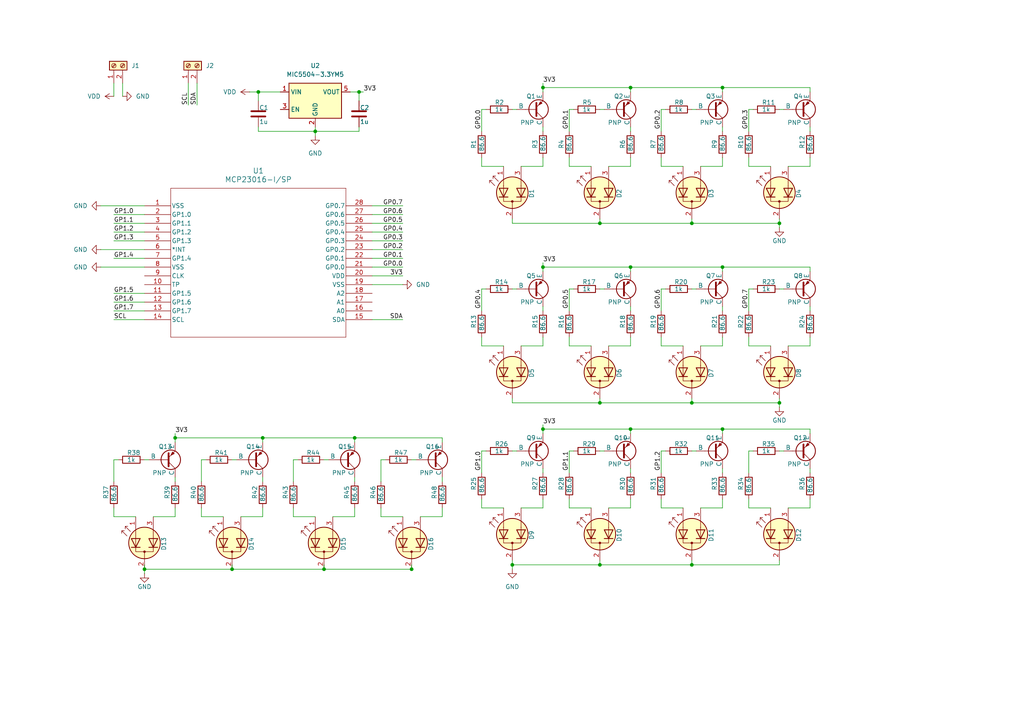
<source format=kicad_sch>
(kicad_sch (version 20231120) (generator "eeschema") (generator_version "8.0")
  (paper "A4")
  (lib_symbols
    (symbol "2024-03-05_01-39-56:MCP23016-I_SP" (pin_names (offset 0.254))
      (property "Reference" "U" (at 33.02 10.16 0))
      (property "Value" "MCP23016-I/SP" (at 33.02 7.62 0))
      (symbol "MCP23016-I_SP_0_1"
        (polyline (pts (xy 7.62 -38.1) (xy 58.42 -38.1)) (stroke (width 0.127)))
        (polyline (pts (xy 7.62 5.08) (xy 7.62 -38.1)) (stroke (width 0.127)))
        (polyline (pts (xy 58.42 -38.1) (xy 58.42 5.08)) (stroke (width 0.127)))
        (polyline (pts (xy 58.42 5.08) (xy 7.62 5.08)) (stroke (width 0.127)))
        (pin unspecified line (at 0 0 0) (length 7.62) (name "VSS") (number "1"))
        (pin unspecified line (at 0 -22.86 0) (length 7.62) (name "TP") (number "10"))
        (pin unspecified line (at 0 -25.4 0) (length 7.62) (name "GP1.5") (number "11"))
        (pin unspecified line (at 0 -27.94 0) (length 7.62) (name "GP1.6") (number "12"))
        (pin unspecified line (at 0 -30.48 0) (length 7.62) (name "GP1.7") (number "13"))
        (pin unspecified line (at 0 -33.02 0) (length 7.62) (name "SCL") (number "14"))
        (pin unspecified line (at 66.04 -33.02 180) (length 7.62) (name "SDA") (number "15"))
        (pin unspecified line (at 66.04 -30.48 180) (length 7.62) (name "A0") (number "16"))
        (pin unspecified line (at 66.04 -27.94 180) (length 7.62) (name "A1") (number "17"))
        (pin unspecified line (at 66.04 -25.4 180) (length 7.62) (name "A2") (number "18"))
        (pin unspecified line (at 66.04 -22.86 180) (length 7.62) (name "VSS") (number "19"))
        (pin unspecified line (at 0 -2.54 0) (length 7.62) (name "GP1.0") (number "2"))
        (pin unspecified line (at 66.04 -20.32 180) (length 7.62) (name "VDD") (number "20"))
        (pin unspecified line (at 66.04 -17.78 180) (length 7.62) (name "GP0.0") (number "21"))
        (pin unspecified line (at 66.04 -15.24 180) (length 7.62) (name "GP0.1") (number "22"))
        (pin unspecified line (at 66.04 -12.7 180) (length 7.62) (name "GP0.2") (number "23"))
        (pin unspecified line (at 66.04 -10.16 180) (length 7.62) (name "GP0.3") (number "24"))
        (pin unspecified line (at 66.04 -7.62 180) (length 7.62) (name "GP0.4") (number "25"))
        (pin unspecified line (at 66.04 -5.08 180) (length 7.62) (name "GP0.5") (number "26"))
        (pin unspecified line (at 66.04 -2.54 180) (length 7.62) (name "GP0.6") (number "27"))
        (pin unspecified line (at 66.04 0 180) (length 7.62) (name "GP0.7") (number "28"))
        (pin unspecified line (at 0 -5.08 0) (length 7.62) (name "GP1.1") (number "3"))
        (pin unspecified line (at 0 -7.62 0) (length 7.62) (name "GP1.2") (number "4"))
        (pin unspecified line (at 0 -10.16 0) (length 7.62) (name "GP1.3") (number "5"))
        (pin unspecified line (at 0 -12.7 0) (length 7.62) (name "*INT") (number "6"))
        (pin unspecified line (at 0 -15.24 0) (length 7.62) (name "GP1.4") (number "7"))
        (pin unspecified line (at 0 -17.78 0) (length 7.62) (name "VSS") (number "8"))
        (pin unspecified line (at 0 -20.32 0) (length 7.62) (name "CLK") (number "9"))
      )
    )
    (symbol "Connector:Screw_Terminal_01x02" (pin_names (offset 1.016) hide)
      (property "Reference" "J" (at 0 2.54 0))
      (property "Value" "Screw_Terminal_01x02" (at 0 -5.08 0))
      (symbol "Screw_Terminal_01x02_1_1"
        (rectangle (start -1.27 1.27) (end 1.27 -3.81) (stroke (width 0.254)) (fill (type background)))
        (circle (center 0 -2.54) (radius 0.635) (stroke (width 0.1524)))
        (polyline (pts (xy -0.5334 -2.2098) (xy 0.3302 -3.048)) (stroke (width 0.1524)))
        (polyline (pts (xy -0.5334 0.3302) (xy 0.3302 -0.508)) (stroke (width 0.1524)))
        (polyline (pts (xy -0.3556 -2.032) (xy 0.508 -2.8702)) (stroke (width 0.1524)))
        (polyline (pts (xy -0.3556 0.508) (xy 0.508 -0.3302)) (stroke (width 0.1524)))
        (circle (center 0 0) (radius 0.635) (stroke (width 0.1524)))
        (pin passive line (at -5.08 0 0) (length 3.81) (name "Pin_1") (number "1"))
        (pin passive line (at -5.08 -2.54 0) (length 3.81) (name "Pin_2") (number "2"))
      )
    )
    (symbol "Device:C" (pin_numbers hide) (pin_names (offset 0.254))
      (property "Reference" "C" (at 0.635 2.54 0))
      (property "Value" "C" (at 0.635 -2.54 0))
      (symbol "C_0_1"
        (polyline (pts (xy -2.032 -0.762) (xy 2.032 -0.762)) (stroke (width 0.508)))
        (polyline (pts (xy -2.032 0.762) (xy 2.032 0.762)) (stroke (width 0.508)))
      )
      (symbol "C_1_1"
        (pin passive line (at 0 3.81 270) (length 2.794) (name "~") (number "1"))
        (pin passive line (at 0 -3.81 90) (length 2.794) (name "~") (number "2"))
      )
    )
    (symbol "Device:LED_Dual_AKA" (pin_names (offset 0) hide)
      (property "Reference" "D" (at 0 5.715 0))
      (property "Value" "LED_Dual_AKA" (at 0 -6.35 0))
      (symbol "LED_Dual_AKA_0_1"
        (circle (center -2.54 0) (radius 0.2794) (fill (type outline)))
        (polyline (pts (xy -4.572 0) (xy -2.54 0)))
        (polyline (pts (xy -1.27 -1.27) (xy -1.27 -3.81)) (stroke (width 0.254)))
        (polyline (pts (xy -1.27 1.27) (xy -1.27 3.81)) (stroke (width 0.254)))
        (polyline (pts (xy 3.81 -2.54) (xy 1.905 -2.54)))
        (polyline (pts (xy 3.81 2.54) (xy 1.905 2.54)))
        (polyline (pts (xy 1.27 -3.81) (xy 1.27 -1.27) (xy -1.27 -2.54) (xy 1.27 -3.81)) (stroke (width 0.254)))
        (polyline (pts (xy 1.27 1.27) (xy 1.27 3.81) (xy -1.27 2.54) (xy 1.27 1.27)) (stroke (width 0.254)))
        (polyline (pts (xy 2.032 2.54) (xy -2.54 2.54) (xy -2.54 -2.54) (xy 2.032 -2.54)))
        (polyline (pts (xy 2.032 5.08) (xy 3.556 6.604) (xy 2.794 6.604) (xy 3.556 6.604) (xy 3.556 5.842)))
        (polyline (pts (xy 3.302 4.064) (xy 4.826 5.588) (xy 4.064 5.588) (xy 4.826 5.588) (xy 4.826 4.826)))
        (circle (center 0 0) (radius 4.572) (stroke (width 0.254)) (fill (type background)))
      )
      (symbol "LED_Dual_AKA_1_1"
        (pin input line (at 7.62 2.54 180) (length 3.81) (name "A1") (number "1"))
        (pin input line (at -7.62 0 0) (length 3.048) (name "K") (number "2"))
        (pin input line (at 7.62 -2.54 180) (length 3.81) (name "A2") (number "3"))
      )
    )
    (symbol "Device:R" (pin_numbers hide) (pin_names (offset 0))
      (property "Reference" "R" (at 2.032 0 90))
      (property "Value" "R" (at 0 0 90))
      (symbol "R_0_1"
        (rectangle (start -1.016 -2.54) (end 1.016 2.54) (stroke (width 0.254)))
      )
      (symbol "R_1_1"
        (pin passive line (at 0 3.81 270) (length 1.27) (name "~") (number "1"))
        (pin passive line (at 0 -3.81 90) (length 1.27) (name "~") (number "2"))
      )
    )
    (symbol "Regulator_Linear:MIC5504-3.3YM5"
      (property "Reference" "U" (at -7.62 8.89 0))
      (property "Value" "MIC5504-3.3YM5" (at -7.62 6.35 0))
      (symbol "MIC5504-3.3YM5_0_1"
        (rectangle (start -7.62 -5.08) (end 7.62 5.08) (stroke (width 0.254)) (fill (type background)))
      )
      (symbol "MIC5504-3.3YM5_1_1"
        (pin power_in line (at -10.16 2.54 0) (length 2.54) (name "VIN") (number "1"))
        (pin power_in line (at 0 -7.62 90) (length 2.54) (name "GND") (number "2"))
        (pin input line (at -10.16 -2.54 0) (length 2.54) (name "EN") (number "3"))
        (pin no_connect line (at 7.62 -2.54 180) (length 2.54) hide (name "NC") (number "4"))
        (pin power_out line (at 10.16 2.54 180) (length 2.54) (name "VOUT") (number "5"))
      )
    )
    (symbol "Simulation_SPICE:PNP" (pin_numbers hide) (pin_names (offset 0))
      (property "Reference" "Q" (at -2.54 7.62 0))
      (property "Value" "PNP" (at -2.54 5.08 0))
      (symbol "PNP_0_1"
        (polyline (pts (xy -2.54 0) (xy 0.635 0)) (stroke (width 0.1524)))
        (polyline (pts (xy 0.635 0.635) (xy 2.54 2.54)))
        (polyline (pts (xy 0.635 -0.635) (xy 2.54 -2.54) (xy 2.54 -2.54)))
        (polyline (pts (xy 0.635 1.905) (xy 0.635 -1.905) (xy 0.635 -1.905)) (stroke (width 0.508)))
        (polyline (pts (xy 2.286 -1.778) (xy 1.778 -2.286) (xy 1.27 -1.27) (xy 2.286 -1.778) (xy 2.286 -1.778)) (fill (type outline)))
        (circle (center 1.27 0) (radius 2.8194) (stroke (width 0.254)))
      )
      (symbol "PNP_1_1"
        (pin open_collector line (at 2.54 5.08 270) (length 2.54) (name "C") (number "1"))
        (pin input line (at -5.08 0 0) (length 2.54) (name "B") (number "2"))
        (pin open_emitter line (at 2.54 -5.08 90) (length 2.54) (name "E") (number "3"))
      )
    )
    (symbol "power:GND" (power) (pin_numbers hide) (pin_names (offset 0) hide)
      (property "Value" "GND" (at 0 -3.81 0))
      (symbol "GND_0_1"
        (polyline (pts (xy 0 0) (xy 0 -1.27) (xy 1.27 -1.27) (xy 0 -2.54) (xy -1.27 -1.27) (xy 0 -1.27)))
      )
      (symbol "GND_1_1"
        (pin power_in line (at 0 0 270) (length 0) (name "~") (number "1"))
      )
    )
    (symbol "power:VDD" (power) (pin_numbers hide) (pin_names (offset 0) hide)
      (property "Value" "VDD" (at 0 3.556 0))
      (symbol "VDD_0_1"
        (polyline (pts (xy -0.762 1.27) (xy 0 2.54)))
        (polyline (pts (xy 0 0) (xy 0 2.54)))
        (polyline (pts (xy 0 2.54) (xy 0.762 1.27)))
      )
      (symbol "VDD_1_1"
        (pin power_in line (at 0 0 90) (length 0) (name "~") (number "1"))
      )
    )
  )
  (junction (at 182.88 25.4))
  (junction (at 102.87 127))
  (junction (at 50.8 127))
  (junction (at 119.38 165.1))
  (junction (at 226.06 64.77))
  (junction (at 200.66 64.77))
  (junction (at 157.48 25.4))
  (junction (at 157.48 77.47))
  (junction (at 41.91 165.1))
  (junction (at 200.66 116.84))
  (junction (at 104.14 26.67))
  (junction (at 93.98 165.1))
  (junction (at 209.55 77.47))
  (junction (at 182.88 77.47))
  (junction (at 74.93 26.67))
  (junction (at 209.55 124.46))
  (junction (at 76.2 127))
  (junction (at 173.99 116.84))
  (junction (at 173.99 163.83))
  (junction (at 173.99 64.77))
  (junction (at 91.44 38.1))
  (junction (at 67.31 165.1))
  (junction (at 209.55 25.4))
  (junction (at 157.48 124.46))
  (junction (at 226.06 116.84))
  (junction (at 182.88 124.46))
  (junction (at 148.59 163.83))
  (junction (at 200.66 163.83))
  (wire (pts (xy 182.88 100.33) (xy 182.88 97.79)))
  (wire (pts (xy 165.1 83.82) (xy 165.1 90.17)))
  (wire (pts (xy 217.17 48.26) (xy 223.52 48.26)))
  (wire (pts (xy 157.48 77.47) (xy 182.88 77.47)))
  (wire (pts (xy 165.1 48.26) (xy 171.45 48.26)))
  (wire (pts (xy 157.48 26.67) (xy 157.48 25.4)))
  (wire (pts (xy 217.17 130.81) (xy 217.17 137.16)))
  (wire (pts (xy 165.1 147.32) (xy 171.45 147.32)))
  (wire (pts (xy 128.27 149.86) (xy 128.27 147.32)))
  (wire (pts (xy 209.55 88.9) (xy 209.55 90.17)))
  (wire (pts (xy 218.44 31.75) (xy 217.17 31.75)))
  (wire (pts (xy 226.06 116.84) (xy 226.06 118.11)))
  (wire (pts (xy 200.66 163.83) (xy 200.66 162.56)))
  (wire (pts (xy 165.1 45.72) (xy 165.1 48.26)))
  (wire (pts (xy 157.48 25.4) (xy 182.88 25.4)))
  (wire (pts (xy 110.49 133.35) (xy 110.49 139.7)))
  (wire (pts (xy 85.09 147.32) (xy 85.09 149.86)))
  (wire (pts (xy 107.95 77.47) (xy 116.84 77.47)))
  (wire (pts (xy 139.7 144.78) (xy 139.7 147.32)))
  (wire (pts (xy 85.09 149.86) (xy 91.44 149.86)))
  (wire (pts (xy 58.42 133.35) (xy 58.42 139.7)))
  (wire (pts (xy 128.27 127) (xy 128.27 128.27)))
  (wire (pts (xy 104.14 36.83) (xy 104.14 38.1)))
  (wire (pts (xy 182.88 77.47) (xy 182.88 78.74)))
  (wire (pts (xy 50.8 149.86) (xy 50.8 147.32)))
  (wire (pts (xy 104.14 26.67) (xy 104.14 29.21)))
  (wire (pts (xy 76.2 127) (xy 76.2 128.27)))
  (wire (pts (xy 157.48 48.26) (xy 157.48 45.72)))
  (wire (pts (xy 157.48 78.74) (xy 157.48 77.47)))
  (wire (pts (xy 173.99 31.75) (xy 175.26 31.75)))
  (wire (pts (xy 139.7 31.75) (xy 139.7 38.1)))
  (wire (pts (xy 203.2 48.26) (xy 209.55 48.26)))
  (wire (pts (xy 148.59 83.82) (xy 149.86 83.82)))
  (wire (pts (xy 57.15 24.13) (xy 57.15 30.48)))
  (wire (pts (xy 173.99 116.84) (xy 173.99 115.57)))
  (wire (pts (xy 209.55 36.83) (xy 209.55 38.1)))
  (wire (pts (xy 93.98 133.35) (xy 95.25 133.35)))
  (wire (pts (xy 107.95 67.31) (xy 116.84 67.31)))
  (wire (pts (xy 217.17 45.72) (xy 217.17 48.26)))
  (wire (pts (xy 182.88 77.47) (xy 209.55 77.47)))
  (wire (pts (xy 33.02 64.77) (xy 41.91 64.77)))
  (wire (pts (xy 234.95 135.89) (xy 234.95 137.16)))
  (wire (pts (xy 165.1 130.81) (xy 165.1 137.16)))
  (wire (pts (xy 218.44 130.81) (xy 217.17 130.81)))
  (wire (pts (xy 209.55 124.46) (xy 209.55 125.73)))
  (wire (pts (xy 148.59 130.81) (xy 149.86 130.81)))
  (wire (pts (xy 107.95 64.77) (xy 116.84 64.77)))
  (wire (pts (xy 76.2 138.43) (xy 76.2 139.7)))
  (wire (pts (xy 110.49 147.32) (xy 110.49 149.86)))
  (wire (pts (xy 191.77 83.82) (xy 191.77 90.17)))
  (wire (pts (xy 165.1 97.79) (xy 165.1 100.33)))
  (wire (pts (xy 93.98 165.1) (xy 93.98 163.83)))
  (wire (pts (xy 29.21 59.69) (xy 41.91 59.69)))
  (wire (pts (xy 107.95 82.55) (xy 116.84 82.55)))
  (wire (pts (xy 33.02 74.93) (xy 41.91 74.93)))
  (wire (pts (xy 76.2 149.86) (xy 76.2 147.32)))
  (wire (pts (xy 157.48 125.73) (xy 157.48 124.46)))
  (wire (pts (xy 148.59 163.83) (xy 173.99 163.83)))
  (wire (pts (xy 165.1 144.78) (xy 165.1 147.32)))
  (wire (pts (xy 54.61 24.13) (xy 54.61 30.48)))
  (wire (pts (xy 200.66 83.82) (xy 201.93 83.82)))
  (wire (pts (xy 148.59 31.75) (xy 149.86 31.75)))
  (wire (pts (xy 102.87 127) (xy 102.87 128.27)))
  (wire (pts (xy 91.44 36.83) (xy 91.44 38.1)))
  (wire (pts (xy 176.53 48.26) (xy 182.88 48.26)))
  (wire (pts (xy 58.42 147.32) (xy 58.42 149.86)))
  (wire (pts (xy 200.66 64.77) (xy 200.66 63.5)))
  (wire (pts (xy 74.93 38.1) (xy 74.93 36.83)))
  (wire (pts (xy 173.99 116.84) (xy 200.66 116.84)))
  (wire (pts (xy 139.7 48.26) (xy 146.05 48.26)))
  (wire (pts (xy 33.02 67.31) (xy 41.91 67.31)))
  (wire (pts (xy 200.66 31.75) (xy 201.93 31.75)))
  (wire (pts (xy 191.77 48.26) (xy 198.12 48.26)))
  (wire (pts (xy 182.88 25.4) (xy 182.88 26.67)))
  (wire (pts (xy 226.06 31.75) (xy 227.33 31.75)))
  (wire (pts (xy 107.95 62.23) (xy 116.84 62.23)))
  (wire (pts (xy 173.99 163.83) (xy 173.99 162.56)))
  (wire (pts (xy 173.99 130.81) (xy 175.26 130.81)))
  (wire (pts (xy 41.91 165.1) (xy 41.91 166.37)))
  (wire (pts (xy 191.77 100.33) (xy 198.12 100.33)))
  (wire (pts (xy 209.55 77.47) (xy 209.55 78.74)))
  (wire (pts (xy 151.13 48.26) (xy 157.48 48.26)))
  (wire (pts (xy 209.55 100.33) (xy 209.55 97.79)))
  (wire (pts (xy 157.48 88.9) (xy 157.48 90.17)))
  (wire (pts (xy 182.88 147.32) (xy 182.88 144.78)))
  (wire (pts (xy 157.48 76.2) (xy 157.48 77.47)))
  (wire (pts (xy 93.98 165.1) (xy 119.38 165.1)))
  (wire (pts (xy 140.97 83.82) (xy 139.7 83.82)))
  (wire (pts (xy 148.59 115.57) (xy 148.59 116.84)))
  (wire (pts (xy 148.59 63.5) (xy 148.59 64.77)))
  (wire (pts (xy 234.95 36.83) (xy 234.95 38.1)))
  (wire (pts (xy 41.91 133.35) (xy 43.18 133.35)))
  (wire (pts (xy 173.99 83.82) (xy 175.26 83.82)))
  (wire (pts (xy 33.02 133.35) (xy 33.02 139.7)))
  (wire (pts (xy 182.88 88.9) (xy 182.88 90.17)))
  (wire (pts (xy 193.04 130.81) (xy 191.77 130.81)))
  (wire (pts (xy 200.66 116.84) (xy 226.06 116.84)))
  (wire (pts (xy 226.06 163.83) (xy 226.06 162.56)))
  (wire (pts (xy 151.13 147.32) (xy 157.48 147.32)))
  (wire (pts (xy 226.06 116.84) (xy 226.06 115.57)))
  (wire (pts (xy 157.48 100.33) (xy 157.48 97.79)))
  (wire (pts (xy 33.02 92.71) (xy 41.91 92.71)))
  (wire (pts (xy 102.87 127) (xy 128.27 127)))
  (wire (pts (xy 140.97 31.75) (xy 139.7 31.75)))
  (wire (pts (xy 50.8 127) (xy 76.2 127)))
  (wire (pts (xy 234.95 124.46) (xy 234.95 125.73)))
  (wire (pts (xy 217.17 100.33) (xy 223.52 100.33)))
  (wire (pts (xy 234.95 88.9) (xy 234.95 90.17)))
  (wire (pts (xy 139.7 147.32) (xy 146.05 147.32)))
  (wire (pts (xy 234.95 100.33) (xy 234.95 97.79)))
  (wire (pts (xy 182.88 124.46) (xy 182.88 125.73)))
  (wire (pts (xy 139.7 83.82) (xy 139.7 90.17)))
  (wire (pts (xy 148.59 162.56) (xy 148.59 163.83)))
  (wire (pts (xy 173.99 64.77) (xy 173.99 63.5)))
  (wire (pts (xy 121.92 149.86) (xy 128.27 149.86)))
  (wire (pts (xy 29.21 77.47) (xy 41.91 77.47)))
  (wire (pts (xy 191.77 97.79) (xy 191.77 100.33)))
  (wire (pts (xy 182.88 48.26) (xy 182.88 45.72)))
  (wire (pts (xy 203.2 147.32) (xy 209.55 147.32)))
  (wire (pts (xy 191.77 130.81) (xy 191.77 137.16)))
  (wire (pts (xy 226.06 83.82) (xy 227.33 83.82)))
  (wire (pts (xy 107.95 59.69) (xy 116.84 59.69)))
  (wire (pts (xy 209.55 48.26) (xy 209.55 45.72)))
  (wire (pts (xy 148.59 163.83) (xy 148.59 165.1)))
  (wire (pts (xy 33.02 85.09) (xy 41.91 85.09)))
  (wire (pts (xy 67.31 133.35) (xy 68.58 133.35)))
  (wire (pts (xy 107.95 72.39) (xy 116.84 72.39)))
  (wire (pts (xy 76.2 127) (xy 102.87 127)))
  (wire (pts (xy 200.66 116.84) (xy 200.66 115.57)))
  (wire (pts (xy 203.2 100.33) (xy 209.55 100.33)))
  (wire (pts (xy 67.31 165.1) (xy 67.31 163.83)))
  (wire (pts (xy 33.02 90.17) (xy 41.91 90.17)))
  (wire (pts (xy 33.02 87.63) (xy 41.91 87.63)))
  (wire (pts (xy 91.44 38.1) (xy 104.14 38.1)))
  (wire (pts (xy 157.48 124.46) (xy 182.88 124.46)))
  (wire (pts (xy 193.04 83.82) (xy 191.77 83.82)))
  (wire (pts (xy 86.36 133.35) (xy 85.09 133.35)))
  (wire (pts (xy 44.45 149.86) (xy 50.8 149.86)))
  (wire (pts (xy 157.48 135.89) (xy 157.48 137.16)))
  (wire (pts (xy 217.17 147.32) (xy 223.52 147.32)))
  (wire (pts (xy 209.55 124.46) (xy 234.95 124.46)))
  (wire (pts (xy 102.87 138.43) (xy 102.87 139.7)))
  (wire (pts (xy 74.93 38.1) (xy 91.44 38.1)))
  (wire (pts (xy 148.59 116.84) (xy 173.99 116.84)))
  (wire (pts (xy 128.27 138.43) (xy 128.27 139.7)))
  (wire (pts (xy 157.48 36.83) (xy 157.48 38.1)))
  (wire (pts (xy 209.55 77.47) (xy 234.95 77.47)))
  (wire (pts (xy 50.8 138.43) (xy 50.8 139.7)))
  (wire (pts (xy 191.77 144.78) (xy 191.77 147.32)))
  (wire (pts (xy 173.99 64.77) (xy 200.66 64.77)))
  (wire (pts (xy 157.48 24.13) (xy 157.48 25.4)))
  (wire (pts (xy 58.42 149.86) (xy 64.77 149.86)))
  (wire (pts (xy 166.37 31.75) (xy 165.1 31.75)))
  (wire (pts (xy 50.8 125.73) (xy 50.8 127)))
  (wire (pts (xy 234.95 77.47) (xy 234.95 78.74)))
  (wire (pts (xy 96.52 149.86) (xy 102.87 149.86)))
  (wire (pts (xy 228.6 100.33) (xy 234.95 100.33)))
  (wire (pts (xy 182.88 135.89) (xy 182.88 137.16)))
  (wire (pts (xy 41.91 165.1) (xy 67.31 165.1)))
  (wire (pts (xy 148.59 64.77) (xy 173.99 64.77)))
  (wire (pts (xy 228.6 48.26) (xy 234.95 48.26)))
  (wire (pts (xy 91.44 38.1) (xy 91.44 39.37)))
  (wire (pts (xy 119.38 133.35) (xy 120.65 133.35)))
  (wire (pts (xy 193.04 31.75) (xy 191.77 31.75)))
  (wire (pts (xy 151.13 100.33) (xy 157.48 100.33)))
  (wire (pts (xy 33.02 69.85) (xy 41.91 69.85)))
  (wire (pts (xy 191.77 147.32) (xy 198.12 147.32)))
  (wire (pts (xy 101.6 26.67) (xy 104.14 26.67)))
  (wire (pts (xy 139.7 45.72) (xy 139.7 48.26)))
  (wire (pts (xy 102.87 149.86) (xy 102.87 147.32)))
  (wire (pts (xy 182.88 124.46) (xy 209.55 124.46)))
  (wire (pts (xy 234.95 25.4) (xy 234.95 26.67)))
  (wire (pts (xy 50.8 128.27) (xy 50.8 127)))
  (wire (pts (xy 191.77 31.75) (xy 191.77 38.1)))
  (wire (pts (xy 41.91 163.83) (xy 41.91 165.1)))
  (wire (pts (xy 226.06 64.77) (xy 226.06 66.04)))
  (wire (pts (xy 157.48 123.19) (xy 157.48 124.46)))
  (wire (pts (xy 35.56 24.13) (xy 35.56 27.94)))
  (wire (pts (xy 104.14 26.67) (xy 105.41 26.67)))
  (wire (pts (xy 85.09 133.35) (xy 85.09 139.7)))
  (wire (pts (xy 69.85 149.86) (xy 76.2 149.86)))
  (wire (pts (xy 200.66 130.81) (xy 201.93 130.81)))
  (wire (pts (xy 176.53 147.32) (xy 182.88 147.32)))
  (wire (pts (xy 200.66 64.77) (xy 226.06 64.77)))
  (wire (pts (xy 107.95 92.71) (xy 116.84 92.71)))
  (wire (pts (xy 217.17 97.79) (xy 217.17 100.33)))
  (wire (pts (xy 139.7 130.81) (xy 139.7 137.16)))
  (wire (pts (xy 67.31 165.1) (xy 93.98 165.1)))
  (wire (pts (xy 200.66 163.83) (xy 226.06 163.83)))
  (wire (pts (xy 157.48 147.32) (xy 157.48 144.78)))
  (wire (pts (xy 29.21 72.39) (xy 41.91 72.39)))
  (wire (pts (xy 165.1 31.75) (xy 165.1 38.1)))
  (wire (pts (xy 33.02 147.32) (xy 33.02 149.86)))
  (wire (pts (xy 218.44 83.82) (xy 217.17 83.82)))
  (wire (pts (xy 191.77 45.72) (xy 191.77 48.26)))
  (wire (pts (xy 176.53 100.33) (xy 182.88 100.33)))
  (wire (pts (xy 217.17 83.82) (xy 217.17 90.17)))
  (wire (pts (xy 119.38 165.1) (xy 119.38 163.83)))
  (wire (pts (xy 166.37 130.81) (xy 165.1 130.81)))
  (wire (pts (xy 209.55 25.4) (xy 234.95 25.4)))
  (wire (pts (xy 139.7 100.33) (xy 146.05 100.33)))
  (wire (pts (xy 209.55 25.4) (xy 209.55 26.67)))
  (wire (pts (xy 33.02 24.13) (xy 33.02 27.94)))
  (wire (pts (xy 234.95 147.32) (xy 234.95 144.78)))
  (wire (pts (xy 217.17 144.78) (xy 217.17 147.32)))
  (wire (pts (xy 111.76 133.35) (xy 110.49 133.35)))
  (wire (pts (xy 209.55 147.32) (xy 209.55 144.78)))
  (wire (pts (xy 33.02 149.86) (xy 39.37 149.86)))
  (wire (pts (xy 228.6 147.32) (xy 234.95 147.32)))
  (wire (pts (xy 165.1 100.33) (xy 171.45 100.33)))
  (wire (pts (xy 59.69 133.35) (xy 58.42 133.35)))
  (wire (pts (xy 107.95 80.01) (xy 116.84 80.01)))
  (wire (pts (xy 107.95 69.85) (xy 116.84 69.85)))
  (wire (pts (xy 107.95 74.93) (xy 116.84 74.93)))
  (wire (pts (xy 110.49 149.86) (xy 116.84 149.86)))
  (wire (pts (xy 226.06 64.77) (xy 226.06 63.5)))
  (wire (pts (xy 182.88 36.83) (xy 182.88 38.1)))
  (wire (pts (xy 139.7 97.79) (xy 139.7 100.33)))
  (wire (pts (xy 166.37 83.82) (xy 165.1 83.82)))
  (wire (pts (xy 234.95 48.26) (xy 234.95 45.72)))
  (wire (pts (xy 182.88 25.4) (xy 209.55 25.4)))
  (wire (pts (xy 74.93 26.67) (xy 81.28 26.67)))
  (wire (pts (xy 217.17 31.75) (xy 217.17 38.1)))
  (wire (pts (xy 74.93 26.67) (xy 74.93 29.21)))
  (wire (pts (xy 209.55 135.89) (xy 209.55 137.16)))
  (wire (pts (xy 226.06 130.81) (xy 227.33 130.81)))
  (wire (pts (xy 173.99 163.83) (xy 200.66 163.83)))
  (wire (pts (xy 140.97 130.81) (xy 139.7 130.81)))
  (wire (pts (xy 33.02 62.23) (xy 41.91 62.23)))
  (wire (pts (xy 72.39 26.67) (xy 74.93 26.67)))
  (wire (pts (xy 34.29 133.35) (xy 33.02 133.35)))
  (label "GP0.4" (at 116.84 67.31 180))
  (label "GP0.0" (at 139.7 31.75 270))
  (label "SDA" (at 116.84 92.71 180))
  (label "GP0.3" (at 116.84 69.85 180))
  (label "3V3" (at 116.84 80.01 180))
  (label "GP1.0" (at 33.02 62.23 0))
  (label "3V3" (at 157.48 76.2 0))
  (label "GP1.0" (at 139.7 130.81 270))
  (label "GP1.2" (at 191.77 130.81 270))
  (label "GP0.4" (at 139.7 83.82 270))
  (label "GP1.7" (at 33.02 90.17 0))
  (label "SCL" (at 33.02 92.71 0))
  (label "GP0.1" (at 165.1 31.75 270))
  (label "GP1.1" (at 33.02 64.77 0))
  (label "GP1.3" (at 33.02 69.85 0))
  (label "GP0.6" (at 116.84 62.23 180))
  (label "GP0.0" (at 116.84 77.47 180))
  (label "SCL" (at 54.61 30.48 90))
  (label "GP0.2" (at 191.77 31.75 270))
  (label "GP1.1" (at 165.1 130.81 270))
  (label "GP0.7" (at 217.17 83.82 270))
  (label "GP1.2" (at 33.02 67.31 0))
  (label "GP0.1" (at 116.84 74.93 180))
  (label "3V3" (at 105.41 26.67 0))
  (label "SDA" (at 57.15 30.48 90))
  (label "GP0.2" (at 116.84 72.39 180))
  (label "GP0.5" (at 116.84 64.77 180))
  (label "GP1.4" (at 33.02 74.93 0))
  (label "3V3" (at 157.48 24.13 0))
  (label "GP0.3" (at 217.17 31.75 270))
  (label "3V3" (at 157.48 123.19 0))
  (label "3V3" (at 50.8 125.73 0))
  (label "GP1.5" (at 33.02 85.09 0))
  (label "GP1.6" (at 33.02 87.63 0))
  (label "GP0.5" (at 165.1 83.82 270))
  (label "GP0.7" (at 116.84 59.69 180))
  (label "GP0.6" (at 191.77 83.82 270))
  (symbol (lib_id "Device:R") (at 165.1 140.97 0) (unit 1)
    (property "Reference" "R28" (at 162.814 142.24 90) (effects (justify left)))
    (property "Value" "86.6" (at 165.1 143.002 90) (effects (justify left)))
    (property "Description" "Resistor" (effects (hide yes)))
  )
  (symbol (lib_id "Device:R") (at 196.85 130.81 270) (unit 1)
    (property "Reference" "R32" (at 195.58 128.778 90) (effects (justify left)))
    (property "Value" "1k" (at 195.58 130.81 90) (effects (justify left)))
    (property "Description" "Resistor" (effects (hide yes)))
  )
  (symbol (lib_id "Device:R") (at 182.88 93.98 0) (unit 1)
    (property "Reference" "R18" (at 180.594 95.25 90) (effects (justify left)))
    (property "Value" "86.6" (at 182.88 96.012 90) (effects (justify left)))
    (property "Description" "Resistor" (effects (hide yes)))
  )
  (symbol (lib_id "Device:R") (at 33.02 143.51 0) (unit 1)
    (property "Reference" "R37" (at 30.734 144.78 90) (effects (justify left)))
    (property "Value" "86.6" (at 33.02 145.542 90) (effects (justify left)))
    (property "Description" "Resistor" (effects (hide yes)))
  )
  (symbol (lib_id "Simulation_SPICE:PNP") (at 125.73 133.35 0) (mirror x) (unit 1)
    (property "Reference" "Q16" (at 123.444 129.54 0) (effects (justify left)))
    (property "Value" "PNP" (at 121.666 137.16 0) (effects (justify left)))
    (property "Datasheet" "https://ngspice.sourceforge.io/docs/ngspice-html-manual/manual.xhtml#cha_BJTs" (effects (hide yes)))
    (property "Description" "Bipolar transistor symbol for simulation only, substrate tied to the emitter" (effects (hide yes)))
    (property "Sim.Device" "PNP" (effects (hide yes)))
    (property "Sim.Type" "GUMMELPOON" (effects (hide yes)))
    (property "Sim.Pins" "1=C 2=B 3=E" (effects (hide yes)))
  )
  (symbol (lib_id "Device:LED_Dual_AKA") (at 226.06 154.94 90) (unit 1)
    (property "Reference" "D12" (at 231.648 155.194 0))
    (property "Value" "LED_Dual_AKA" (effects (hide yes)))
    (property "Description" "Dual LED, common cathode on pin 2" (effects (hide yes)))
  )
  (symbol (lib_id "Device:R") (at 196.85 31.75 270) (unit 1)
    (property "Reference" "R8" (at 195.58 29.718 90) (effects (justify left)))
    (property "Value" "1k" (at 195.58 31.75 90) (effects (justify left)))
    (property "Description" "Resistor" (effects (hide yes)))
  )
  (symbol (lib_id "Simulation_SPICE:PNP") (at 48.26 133.35 0) (mirror x) (unit 1)
    (property "Reference" "Q13" (at 45.974 129.54 0) (effects (justify left)))
    (property "Value" "PNP" (at 44.196 137.16 0) (effects (justify left)))
    (property "Datasheet" "https://ngspice.sourceforge.io/docs/ngspice-html-manual/manual.xhtml#cha_BJTs" (effects (hide yes)))
    (property "Description" "Bipolar transistor symbol for simulation only, substrate tied to the emitter" (effects (hide yes)))
    (property "Sim.Device" "PNP" (effects (hide yes)))
    (property "Sim.Type" "GUMMELPOON" (effects (hide yes)))
    (property "Sim.Pins" "1=C 2=B 3=E" (effects (hide yes)))
  )
  (symbol (lib_id "Simulation_SPICE:PNP") (at 154.94 31.75 0) (mirror x) (unit 1)
    (property "Reference" "Q1" (at 152.654 27.94 0) (effects (justify left)))
    (property "Value" "PNP" (at 150.876 35.56 0) (effects (justify left)))
    (property "Datasheet" "https://ngspice.sourceforge.io/docs/ngspice-html-manual/manual.xhtml#cha_BJTs" (effects (hide yes)))
    (property "Description" "Bipolar transistor symbol for simulation only, substrate tied to the emitter" (effects (hide yes)))
    (property "Sim.Device" "PNP" (effects (hide yes)))
    (property "Sim.Type" "GUMMELPOON" (effects (hide yes)))
    (property "Sim.Pins" "1=C 2=B 3=E" (effects (hide yes)))
  )
  (symbol (lib_id "Device:R") (at 182.88 41.91 0) (unit 1)
    (property "Reference" "R6" (at 180.594 43.18 90) (effects (justify left)))
    (property "Value" "86.6" (at 182.88 43.942 90) (effects (justify left)))
    (property "Description" "Resistor" (effects (hide yes)))
  )
  (symbol (lib_id "Device:LED_Dual_AKA") (at 148.59 107.95 90) (unit 1)
    (property "Reference" "D5" (at 154.178 108.204 0))
    (property "Value" "LED_Dual_AKA" (effects (hide yes)))
    (property "Description" "Dual LED, common cathode on pin 2" (effects (hide yes)))
  )
  (symbol (lib_id "Device:R") (at 144.78 83.82 270) (unit 1)
    (property "Reference" "R14" (at 143.51 81.788 90) (effects (justify left)))
    (property "Value" "1k" (at 143.51 83.82 90) (effects (justify left)))
    (property "Description" "Resistor" (effects (hide yes)))
  )
  (symbol (lib_id "Simulation_SPICE:PNP") (at 180.34 31.75 0) (mirror x) (unit 1)
    (property "Reference" "Q2" (at 178.054 27.94 0) (effects (justify left)))
    (property "Value" "PNP" (at 176.276 35.56 0) (effects (justify left)))
    (property "Datasheet" "https://ngspice.sourceforge.io/docs/ngspice-html-manual/manual.xhtml#cha_BJTs" (effects (hide yes)))
    (property "Description" "Bipolar transistor symbol for simulation only, substrate tied to the emitter" (effects (hide yes)))
    (property "Sim.Device" "PNP" (effects (hide yes)))
    (property "Sim.Type" "GUMMELPOON" (effects (hide yes)))
    (property "Sim.Pins" "1=C 2=B 3=E" (effects (hide yes)))
  )
  (symbol (lib_id "Device:R") (at 191.77 41.91 0) (unit 1)
    (property "Reference" "R7" (at 189.484 43.18 90) (effects (justify left)))
    (property "Value" "86.6" (at 191.77 43.942 90) (effects (justify left)))
    (property "Description" "Resistor" (effects (hide yes)))
  )
  (symbol (lib_id "Device:R") (at 196.85 83.82 270) (unit 1)
    (property "Reference" "R20" (at 195.58 81.788 90) (effects (justify left)))
    (property "Value" "1k" (at 195.58 83.82 90) (effects (justify left)))
    (property "Description" "Resistor" (effects (hide yes)))
  )
  (symbol (lib_id "Device:R") (at 144.78 130.81 270) (unit 1)
    (property "Reference" "R26" (at 143.51 128.778 90) (effects (justify left)))
    (property "Value" "1k" (at 143.51 130.81 90) (effects (justify left)))
    (property "Description" "Resistor" (effects (hide yes)))
  )
  (symbol (lib_id "power:GND") (at 29.21 77.47 270) (unit 1)
    (property "Reference" "#PWR01" (effects (hide yes)))
    (property "Value" "GND" (at 25.4 77.4699 90) (effects (justify right)))
    (property "Description" "Power symbol creates a global label with name \"GND\" , ground" (effects (hide yes)))
  )
  (symbol (lib_id "Connector:Screw_Terminal_01x02") (at 54.61 19.05 90) (unit 1)
    (property "Reference" "J2" (at 59.69 19.0499 90) (effects (justify right)))
    (property "Value" "Screw_Terminal_01x02" (effects (hide yes)))
    (property "Description" "Generic screw terminal, single row, 01x02, script generated (kicad-library-utils/schlib/autogen/connector/)" (effects (hide yes)))
  )
  (symbol (lib_id "Device:R") (at 170.18 31.75 270) (unit 1)
    (property "Reference" "R5" (at 168.91 29.718 90) (effects (justify left)))
    (property "Value" "1k" (at 168.91 31.75 90) (effects (justify left)))
    (property "Description" "Resistor" (effects (hide yes)))
  )
  (symbol (lib_id "Device:R") (at 157.48 41.91 0) (unit 1)
    (property "Reference" "R3" (at 155.194 43.18 90) (effects (justify left)))
    (property "Value" "86.6" (at 157.48 43.942 90) (effects (justify left)))
    (property "Description" "Resistor" (effects (hide yes)))
  )
  (symbol (lib_id "Device:R") (at 191.77 140.97 0) (unit 1)
    (property "Reference" "R31" (at 189.484 142.24 90) (effects (justify left)))
    (property "Value" "86.6" (at 191.77 143.002 90) (effects (justify left)))
    (property "Description" "Resistor" (effects (hide yes)))
  )
  (symbol (lib_id "power:VDD") (at 33.02 27.94 90) (unit 1)
    (property "Reference" "#PWR02" (effects (hide yes)))
    (property "Value" "VDD" (at 29.21 27.9399 90) (effects (justify left)))
    (property "Description" "Power symbol creates a global label with name \"VDD\"" (effects (hide yes)))
  )
  (symbol (lib_id "Simulation_SPICE:PNP") (at 180.34 83.82 0) (mirror x) (unit 1)
    (property "Reference" "Q6" (at 178.054 80.01 0) (effects (justify left)))
    (property "Value" "PNP" (at 176.276 87.63 0) (effects (justify left)))
    (property "Datasheet" "https://ngspice.sourceforge.io/docs/ngspice-html-manual/manual.xhtml#cha_BJTs" (effects (hide yes)))
    (property "Description" "Bipolar transistor symbol for simulation only, substrate tied to the emitter" (effects (hide yes)))
    (property "Sim.Device" "PNP" (effects (hide yes)))
    (property "Sim.Type" "GUMMELPOON" (effects (hide yes)))
    (property "Sim.Pins" "1=C 2=B 3=E" (effects (hide yes)))
  )
  (symbol (lib_id "Device:LED_Dual_AKA") (at 148.59 154.94 90) (unit 1)
    (property "Reference" "D9" (at 154.178 155.194 0))
    (property "Value" "LED_Dual_AKA" (effects (hide yes)))
    (property "Description" "Dual LED, common cathode on pin 2" (effects (hide yes)))
  )
  (symbol (lib_id "Device:LED_Dual_AKA") (at 200.66 107.95 90) (unit 1)
    (property "Reference" "D7" (at 206.248 108.204 0))
    (property "Value" "LED_Dual_AKA" (effects (hide yes)))
    (property "Description" "Dual LED, common cathode on pin 2" (effects (hide yes)))
  )
  (symbol (lib_id "Device:R") (at 222.25 83.82 270) (unit 1)
    (property "Reference" "R23" (at 220.98 81.788 90) (effects (justify left)))
    (property "Value" "1k" (at 220.98 83.82 90) (effects (justify left)))
    (property "Description" "Resistor" (effects (hide yes)))
  )
  (symbol (lib_id "Device:LED_Dual_AKA") (at 41.91 157.48 90) (unit 1)
    (property "Reference" "D13" (at 47.498 157.734 0))
    (property "Value" "LED_Dual_AKA" (effects (hide yes)))
    (property "Description" "Dual LED, common cathode on pin 2" (effects (hide yes)))
  )
  (symbol (lib_id "Simulation_SPICE:PNP") (at 154.94 130.81 0) (mirror x) (unit 1)
    (property "Reference" "Q9" (at 152.654 127 0) (effects (justify left)))
    (property "Value" "PNP" (at 150.876 134.62 0) (effects (justify left)))
    (property "Datasheet" "https://ngspice.sourceforge.io/docs/ngspice-html-manual/manual.xhtml#cha_BJTs" (effects (hide yes)))
    (property "Description" "Bipolar transistor symbol for simulation only, substrate tied to the emitter" (effects (hide yes)))
    (property "Sim.Device" "PNP" (effects (hide yes)))
    (property "Sim.Type" "GUMMELPOON" (effects (hide yes)))
    (property "Sim.Pins" "1=C 2=B 3=E" (effects (hide yes)))
  )
  (symbol (lib_id "Regulator_Linear:MIC5504-3.3YM5") (at 91.44 29.21 0) (unit 1)
    (property "Reference" "U2" (at 91.44 19.05 0))
    (property "Value" "MIC5504-3.3YM5" (at 91.44 21.59 0))
    (property "Footprint" "Package_TO_SOT_SMD:SOT-23-5" (effects (hide yes)))
    (property "Datasheet" "http://ww1.microchip.com/downloads/en/DeviceDoc/MIC550X.pdf" (effects (hide yes)))
    (property "Description" "300mA Low-dropout Voltage Regulator, Vout 3.3V, Vin up to 5.5V, SOT-23" (effects (hide yes)))
  )
  (symbol (lib_id "Device:R") (at 182.88 140.97 0) (unit 1)
    (property "Reference" "R30" (at 180.594 142.24 90) (effects (justify left)))
    (property "Value" "86.6" (at 182.88 143.002 90) (effects (justify left)))
    (property "Description" "Resistor" (effects (hide yes)))
  )
  (symbol (lib_id "Device:R") (at 157.48 93.98 0) (unit 1)
    (property "Reference" "R15" (at 155.194 95.25 90) (effects (justify left)))
    (property "Value" "86.6" (at 157.48 96.012 90) (effects (justify left)))
    (property "Description" "Resistor" (effects (hide yes)))
  )
  (symbol (lib_id "Device:R") (at 85.09 143.51 0) (unit 1)
    (property "Reference" "R43" (at 82.804 144.78 90) (effects (justify left)))
    (property "Value" "86.6" (at 85.09 145.542 90) (effects (justify left)))
    (property "Description" "Resistor" (effects (hide yes)))
  )
  (symbol (lib_id "Device:LED_Dual_AKA") (at 148.59 55.88 90) (unit 1)
    (property "Reference" "D1" (at 154.178 56.134 0))
    (property "Value" "LED_Dual_AKA" (effects (hide yes)))
    (property "Description" "Dual LED, common cathode on pin 2" (effects (hide yes)))
  )
  (symbol (lib_id "Device:R") (at 209.55 140.97 0) (unit 1)
    (property "Reference" "R33" (at 207.264 142.24 90) (effects (justify left)))
    (property "Value" "86.6" (at 209.55 143.002 90) (effects (justify left)))
    (property "Description" "Resistor" (effects (hide yes)))
  )
  (symbol (lib_id "Device:R") (at 144.78 31.75 270) (unit 1)
    (property "Reference" "R2" (at 143.51 29.718 90) (effects (justify left)))
    (property "Value" "1k" (at 143.51 31.75 90) (effects (justify left)))
    (property "Description" "Resistor" (effects (hide yes)))
  )
  (symbol (lib_id "Device:R") (at 165.1 41.91 0) (unit 1)
    (property "Reference" "R4" (at 162.814 43.18 90) (effects (justify left)))
    (property "Value" "86.6" (at 165.1 43.942 90) (effects (justify left)))
    (property "Description" "Resistor" (effects (hide yes)))
  )
  (symbol (lib_id "Device:R") (at 222.25 31.75 270) (unit 1)
    (property "Reference" "R11" (at 220.98 29.718 90) (effects (justify left)))
    (property "Value" "1k" (at 220.98 31.75 90) (effects (justify left)))
    (property "Description" "Resistor" (effects (hide yes)))
  )
  (symbol (lib_id "Device:R") (at 209.55 93.98 0) (unit 1)
    (property "Reference" "R21" (at 207.264 95.25 90) (effects (justify left)))
    (property "Value" "86.6" (at 209.55 96.012 90) (effects (justify left)))
    (property "Description" "Resistor" (effects (hide yes)))
  )
  (symbol (lib_id "Simulation_SPICE:PNP") (at 232.41 31.75 0) (mirror x) (unit 1)
    (property "Reference" "Q4" (at 230.124 27.94 0) (effects (justify left)))
    (property "Value" "PNP" (at 228.346 35.56 0) (effects (justify left)))
    (property "Datasheet" "https://ngspice.sourceforge.io/docs/ngspice-html-manual/manual.xhtml#cha_BJTs" (effects (hide yes)))
    (property "Description" "Bipolar transistor symbol for simulation only, substrate tied to the emitter" (effects (hide yes)))
    (property "Sim.Device" "PNP" (effects (hide yes)))
    (property "Sim.Type" "GUMMELPOON" (effects (hide yes)))
    (property "Sim.Pins" "1=C 2=B 3=E" (effects (hide yes)))
  )
  (symbol (lib_id "Simulation_SPICE:PNP") (at 232.41 130.81 0) (mirror x) (unit 1)
    (property "Reference" "Q12" (at 230.124 127 0) (effects (justify left)))
    (property "Value" "PNP" (at 228.346 134.62 0) (effects (justify left)))
    (property "Datasheet" "https://ngspice.sourceforge.io/docs/ngspice-html-manual/manual.xhtml#cha_BJTs" (effects (hide yes)))
    (property "Description" "Bipolar transistor symbol for simulation only, substrate tied to the emitter" (effects (hide yes)))
    (property "Sim.Device" "PNP" (effects (hide yes)))
    (property "Sim.Type" "GUMMELPOON" (effects (hide yes)))
    (property "Sim.Pins" "1=C 2=B 3=E" (effects (hide yes)))
  )
  (symbol (lib_id "Device:LED_Dual_AKA") (at 93.98 157.48 90) (unit 1)
    (property "Reference" "D15" (at 99.568 157.734 0))
    (property "Value" "LED_Dual_AKA" (effects (hide yes)))
    (property "Description" "Dual LED, common cathode on pin 2" (effects (hide yes)))
  )
  (symbol (lib_id "Device:R") (at 58.42 143.51 0) (unit 1)
    (property "Reference" "R40" (at 56.134 144.78 90) (effects (justify left)))
    (property "Value" "86.6" (at 58.42 145.542 90) (effects (justify left)))
    (property "Description" "Resistor" (effects (hide yes)))
  )
  (symbol (lib_id "2024-03-05_01-39-56:MCP23016-I_SP") (at 41.91 59.69 0) (unit 1)
    (property "Reference" "U1" (at 74.93 49.53 0) (effects (font (size 1.524 1.524))))
    (property "Value" "MCP23016-I/SP" (at 74.93 52.07 0) (effects (font (size 1.524 1.524))))
    (property "Footprint" "SPDIP28_300MC_MCH" (effects (hide yes)))
    (property "Datasheet" "MCP23016-I/SP" (effects (hide yes)))
  )
  (symbol (lib_id "Device:R") (at 38.1 133.35 270) (unit 1)
    (property "Reference" "R38" (at 36.83 131.318 90) (effects (justify left)))
    (property "Value" "1k" (at 36.83 133.35 90) (effects (justify left)))
    (property "Description" "Resistor" (effects (hide yes)))
  )
  (symbol (lib_id "Device:C") (at 104.14 33.02 0) (unit 1)
    (property "Reference" "C2" (at 104.394 31.242 0) (effects (justify left)))
    (property "Value" "1u" (at 104.394 35.306 0) (effects (justify left)))
    (property "Description" "Unpolarized capacitor" (effects (hide yes)))
  )
  (symbol (lib_id "Device:LED_Dual_AKA") (at 226.06 55.88 90) (unit 1)
    (property "Reference" "D4" (at 231.648 56.134 0))
    (property "Value" "LED_Dual_AKA" (effects (hide yes)))
    (property "Description" "Dual LED, common cathode on pin 2" (effects (hide yes)))
  )
  (symbol (lib_id "power:GND") (at 91.44 39.37 0) (unit 1)
    (property "Reference" "#PWR07" (effects (hide yes)))
    (property "Value" "GND" (at 91.44 44.45 0))
    (property "Description" "Power symbol creates a global label with name \"GND\" , ground" (effects (hide yes)))
  )
  (symbol (lib_id "power:GND") (at 41.91 166.37 0) (unit 1)
    (property "Reference" "#PWR09" (effects (hide yes)))
    (property "Value" "GND" (at 41.91 170.18 0))
    (property "Description" "Power symbol creates a global label with name \"GND\" , ground" (effects (hide yes)))
  )
  (symbol (lib_id "Device:LED_Dual_AKA") (at 173.99 154.94 90) (unit 1)
    (property "Reference" "D10" (at 179.578 155.194 0))
    (property "Value" "LED_Dual_AKA" (effects (hide yes)))
    (property "Description" "Dual LED, common cathode on pin 2" (effects (hide yes)))
  )
  (symbol (lib_id "Device:LED_Dual_AKA") (at 226.06 107.95 90) (unit 1)
    (property "Reference" "D8" (at 231.648 108.204 0))
    (property "Value" "LED_Dual_AKA" (effects (hide yes)))
    (property "Description" "Dual LED, common cathode on pin 2" (effects (hide yes)))
  )
  (symbol (lib_id "Simulation_SPICE:PNP") (at 232.41 83.82 0) (mirror x) (unit 1)
    (property "Reference" "Q8" (at 230.124 80.01 0) (effects (justify left)))
    (property "Value" "PNP" (at 228.346 87.63 0) (effects (justify left)))
    (property "Datasheet" "https://ngspice.sourceforge.io/docs/ngspice-html-manual/manual.xhtml#cha_BJTs" (effects (hide yes)))
    (property "Description" "Bipolar transistor symbol for simulation only, substrate tied to the emitter" (effects (hide yes)))
    (property "Sim.Device" "PNP" (effects (hide yes)))
    (property "Sim.Type" "GUMMELPOON" (effects (hide yes)))
    (property "Sim.Pins" "1=C 2=B 3=E" (effects (hide yes)))
  )
  (symbol (lib_id "Connector:Screw_Terminal_01x02") (at 33.02 19.05 90) (unit 1)
    (property "Reference" "J1" (at 38.1 19.0499 90) (effects (justify right)))
    (property "Value" "Screw_Terminal_01x02" (effects (hide yes)))
    (property "Description" "Generic screw terminal, single row, 01x02, script generated (kicad-library-utils/schlib/autogen/connector/)" (effects (hide yes)))
  )
  (symbol (lib_id "Device:R") (at 157.48 140.97 0) (unit 1)
    (property "Reference" "R27" (at 155.194 142.24 90) (effects (justify left)))
    (property "Value" "86.6" (at 157.48 143.002 90) (effects (justify left)))
    (property "Description" "Resistor" (effects (hide yes)))
  )
  (symbol (lib_id "power:GND") (at 29.21 59.69 270) (unit 1)
    (property "Reference" "#PWR04" (effects (hide yes)))
    (property "Value" "GND" (at 25.4 59.6899 90) (effects (justify right)))
    (property "Description" "Power symbol creates a global label with name \"GND\" , ground" (effects (hide yes)))
  )
  (symbol (lib_id "Simulation_SPICE:PNP") (at 100.33 133.35 0) (mirror x) (unit 1)
    (property "Reference" "Q15" (at 98.044 129.54 0) (effects (justify left)))
    (property "Value" "PNP" (at 96.266 137.16 0) (effects (justify left)))
    (property "Datasheet" "https://ngspice.sourceforge.io/docs/ngspice-html-manual/manual.xhtml#cha_BJTs" (effects (hide yes)))
    (property "Description" "Bipolar transistor symbol for simulation only, substrate tied to the emitter" (effects (hide yes)))
    (property "Sim.Device" "PNP" (effects (hide yes)))
    (property "Sim.Type" "GUMMELPOON" (effects (hide yes)))
    (property "Sim.Pins" "1=C 2=B 3=E" (effects (hide yes)))
  )
  (symbol (lib_id "Device:R") (at 139.7 93.98 0) (unit 1)
    (property "Reference" "R13" (at 137.414 95.25 90) (effects (justify left)))
    (property "Value" "86.6" (at 139.7 96.012 90) (effects (justify left)))
    (property "Description" "Resistor" (effects (hide yes)))
  )
  (symbol (lib_id "power:GND") (at 148.59 165.1 0) (unit 1)
    (property "Reference" "#PWR015" (effects (hide yes)))
    (property "Value" "GND" (at 148.59 170.18 0))
    (property "Description" "Power symbol creates a global label with name \"GND\" , ground" (effects (hide yes)))
  )
  (symbol (lib_id "Device:R") (at 76.2 143.51 0) (unit 1)
    (property "Reference" "R42" (at 73.914 144.78 90) (effects (justify left)))
    (property "Value" "86.6" (at 76.2 145.542 90) (effects (justify left)))
    (property "Description" "Resistor" (effects (hide yes)))
  )
  (symbol (lib_id "Device:R") (at 234.95 93.98 0) (unit 1)
    (property "Reference" "R24" (at 232.664 95.25 90) (effects (justify left)))
    (property "Value" "86.6" (at 234.95 96.012 90) (effects (justify left)))
    (property "Description" "Resistor" (effects (hide yes)))
  )
  (symbol (lib_id "Simulation_SPICE:PNP") (at 154.94 83.82 0) (mirror x) (unit 1)
    (property "Reference" "Q5" (at 152.654 80.01 0) (effects (justify left)))
    (property "Value" "PNP" (at 150.876 87.63 0) (effects (justify left)))
    (property "Datasheet" "https://ngspice.sourceforge.io/docs/ngspice-html-manual/manual.xhtml#cha_BJTs" (effects (hide yes)))
    (property "Description" "Bipolar transistor symbol for simulation only, substrate tied to the emitter" (effects (hide yes)))
    (property "Sim.Device" "PNP" (effects (hide yes)))
    (property "Sim.Type" "GUMMELPOON" (effects (hide yes)))
    (property "Sim.Pins" "1=C 2=B 3=E" (effects (hide yes)))
  )
  (symbol (lib_id "Device:R") (at 165.1 93.98 0) (unit 1)
    (property "Reference" "R16" (at 162.814 95.25 90) (effects (justify left)))
    (property "Value" "86.6" (at 165.1 96.012 90) (effects (justify left)))
    (property "Description" "Resistor" (effects (hide yes)))
  )
  (symbol (lib_id "Device:R") (at 222.25 130.81 270) (unit 1)
    (property "Reference" "R35" (at 220.98 128.778 90) (effects (justify left)))
    (property "Value" "1k" (at 220.98 130.81 90) (effects (justify left)))
    (property "Description" "Resistor" (effects (hide yes)))
  )
  (symbol (lib_id "Device:LED_Dual_AKA") (at 200.66 154.94 90) (unit 1)
    (property "Reference" "D11" (at 206.248 155.194 0))
    (property "Value" "LED_Dual_AKA" (effects (hide yes)))
    (property "Description" "Dual LED, common cathode on pin 2" (effects (hide yes)))
  )
  (symbol (lib_id "Device:R") (at 50.8 143.51 0) (unit 1)
    (property "Reference" "R39" (at 48.514 144.78 90) (effects (justify left)))
    (property "Value" "86.6" (at 50.8 145.542 90) (effects (justify left)))
    (property "Description" "Resistor" (effects (hide yes)))
  )
  (symbol (lib_id "Device:R") (at 63.5 133.35 270) (unit 1)
    (property "Reference" "R41" (at 62.23 131.318 90) (effects (justify left)))
    (property "Value" "1k" (at 62.23 133.35 90) (effects (justify left)))
    (property "Description" "Resistor" (effects (hide yes)))
  )
  (symbol (lib_id "power:GND") (at 226.06 118.11 0) (unit 1)
    (property "Reference" "#PWR014" (effects (hide yes)))
    (property "Value" "GND" (at 226.06 121.92 0))
    (property "Description" "Power symbol creates a global label with name \"GND\" , ground" (effects (hide yes)))
  )
  (symbol (lib_id "power:GND") (at 35.56 27.94 90) (unit 1)
    (property "Reference" "#PWR03" (effects (hide yes)))
    (property "Value" "GND" (at 39.37 27.9399 90) (effects (justify right)))
    (property "Description" "Power symbol creates a global label with name \"GND\" , ground" (effects (hide yes)))
  )
  (symbol (lib_id "Device:R") (at 115.57 133.35 270) (unit 1)
    (property "Reference" "R47" (at 114.3 131.318 90) (effects (justify left)))
    (property "Value" "1k" (at 114.3 133.35 90) (effects (justify left)))
    (property "Description" "Resistor" (effects (hide yes)))
  )
  (symbol (lib_id "Device:LED_Dual_AKA") (at 67.31 157.48 90) (unit 1)
    (property "Reference" "D14" (at 72.898 157.734 0))
    (property "Value" "LED_Dual_AKA" (effects (hide yes)))
    (property "Description" "Dual LED, common cathode on pin 2" (effects (hide yes)))
  )
  (symbol (lib_id "Device:LED_Dual_AKA") (at 173.99 55.88 90) (unit 1)
    (property "Reference" "D2" (at 179.578 56.134 0))
    (property "Value" "LED_Dual_AKA" (effects (hide yes)))
    (property "Description" "Dual LED, common cathode on pin 2" (effects (hide yes)))
  )
  (symbol (lib_id "Device:R") (at 128.27 143.51 0) (unit 1)
    (property "Reference" "R48" (at 125.984 144.78 90) (effects (justify left)))
    (property "Value" "86.6" (at 128.27 145.542 90) (effects (justify left)))
    (property "Description" "Resistor" (effects (hide yes)))
  )
  (symbol (lib_id "Simulation_SPICE:PNP") (at 73.66 133.35 0) (mirror x) (unit 1)
    (property "Reference" "Q14" (at 71.374 129.54 0) (effects (justify left)))
    (property "Value" "PNP" (at 69.596 137.16 0) (effects (justify left)))
    (property "Datasheet" "https://ngspice.sourceforge.io/docs/ngspice-html-manual/manual.xhtml#cha_BJTs" (effects (hide yes)))
    (property "Description" "Bipolar transistor symbol for simulation only, substrate tied to the emitter" (effects (hide yes)))
    (property "Sim.Device" "PNP" (effects (hide yes)))
    (property "Sim.Type" "GUMMELPOON" (effects (hide yes)))
    (property "Sim.Pins" "1=C 2=B 3=E" (effects (hide yes)))
  )
  (symbol (lib_id "Device:R") (at 139.7 140.97 0) (unit 1)
    (property "Reference" "R25" (at 137.414 142.24 90) (effects (justify left)))
    (property "Value" "86.6" (at 139.7 143.002 90) (effects (justify left)))
    (property "Description" "Resistor" (effects (hide yes)))
  )
  (symbol (lib_id "Device:R") (at 217.17 93.98 0) (unit 1)
    (property "Reference" "R22" (at 214.884 95.25 90) (effects (justify left)))
    (property "Value" "86.6" (at 217.17 96.012 90) (effects (justify left)))
    (property "Description" "Resistor" (effects (hide yes)))
  )
  (symbol (lib_id "Device:R") (at 217.17 140.97 0) (unit 1)
    (property "Reference" "R34" (at 214.884 142.24 90) (effects (justify left)))
    (property "Value" "86.6" (at 217.17 143.002 90) (effects (justify left)))
    (property "Description" "Resistor" (effects (hide yes)))
  )
  (symbol (lib_id "Simulation_SPICE:PNP") (at 207.01 83.82 0) (mirror x) (unit 1)
    (property "Reference" "Q7" (at 204.724 80.01 0) (effects (justify left)))
    (property "Value" "PNP" (at 202.946 87.63 0) (effects (justify left)))
    (property "Datasheet" "https://ngspice.sourceforge.io/docs/ngspice-html-manual/manual.xhtml#cha_BJTs" (effects (hide yes)))
    (property "Description" "Bipolar transistor symbol for simulation only, substrate tied to the emitter" (effects (hide yes)))
    (property "Sim.Device" "PNP" (effects (hide yes)))
    (property "Sim.Type" "GUMMELPOON" (effects (hide yes)))
    (property "Sim.Pins" "1=C 2=B 3=E" (effects (hide yes)))
  )
  (symbol (lib_id "Device:LED_Dual_AKA") (at 119.38 157.48 90) (unit 1)
    (property "Reference" "D16" (at 124.968 157.734 0))
    (property "Value" "LED_Dual_AKA" (effects (hide yes)))
    (property "Description" "Dual LED, common cathode on pin 2" (effects (hide yes)))
  )
  (symbol (lib_id "power:VDD") (at 72.39 26.67 90) (unit 1)
    (property "Reference" "#PWR06" (effects (hide yes)))
    (property "Value" "VDD" (at 68.58 26.6699 90) (effects (justify left)))
    (property "Description" "Power symbol creates a global label with name \"VDD\"" (effects (hide yes)))
  )
  (symbol (lib_id "Device:R") (at 110.49 143.51 0) (unit 1)
    (property "Reference" "R46" (at 108.204 144.78 90) (effects (justify left)))
    (property "Value" "86.6" (at 110.49 145.542 90) (effects (justify left)))
    (property "Description" "Resistor" (effects (hide yes)))
  )
  (symbol (lib_id "Device:R") (at 191.77 93.98 0) (unit 1)
    (property "Reference" "R19" (at 189.484 95.25 90) (effects (justify left)))
    (property "Value" "86.6" (at 191.77 96.012 90) (effects (justify left)))
    (property "Description" "Resistor" (effects (hide yes)))
  )
  (symbol (lib_id "Device:R") (at 234.95 140.97 0) (unit 1)
    (property "Reference" "R36" (at 232.664 142.24 90) (effects (justify left)))
    (property "Value" "86.6" (at 234.95 143.002 90) (effects (justify left)))
    (property "Description" "Resistor" (effects (hide yes)))
  )
  (symbol (lib_id "Simulation_SPICE:PNP") (at 207.01 130.81 0) (mirror x) (unit 1)
    (property "Reference" "Q11" (at 204.724 127 0) (effects (justify left)))
    (property "Value" "PNP" (at 202.946 134.62 0) (effects (justify left)))
    (property "Datasheet" "https://ngspice.sourceforge.io/docs/ngspice-html-manual/manual.xhtml#cha_BJTs" (effects (hide yes)))
    (property "Description" "Bipolar transistor symbol for simulation only, substrate tied to the emitter" (effects (hide yes)))
    (property "Sim.Device" "PNP" (effects (hide yes)))
    (property "Sim.Type" "GUMMELPOON" (effects (hide yes)))
    (property "Sim.Pins" "1=C 2=B 3=E" (effects (hide yes)))
  )
  (symbol (lib_id "power:GND") (at 29.21 72.39 270) (unit 1)
    (property "Reference" "#PWR05" (effects (hide yes)))
    (property "Value" "GND" (at 25.4 72.3899 90) (effects (justify right)))
    (property "Description" "Power symbol creates a global label with name \"GND\" , ground" (effects (hide yes)))
  )
  (symbol (lib_id "Device:R") (at 90.17 133.35 270) (unit 1)
    (property "Reference" "R44" (at 88.9 131.318 90) (effects (justify left)))
    (property "Value" "1k" (at 88.9 133.35 90) (effects (justify left)))
    (property "Description" "Resistor" (effects (hide yes)))
  )
  (symbol (lib_id "Device:R") (at 139.7 41.91 0) (unit 1)
    (property "Reference" "R1" (at 137.414 43.18 90) (effects (justify left)))
    (property "Value" "86.6" (at 139.7 43.942 90) (effects (justify left)))
    (property "Description" "Resistor" (effects (hide yes)))
  )
  (symbol (lib_id "Device:R") (at 170.18 130.81 270) (unit 1)
    (property "Reference" "R29" (at 168.91 128.778 90) (effects (justify left)))
    (property "Value" "1k" (at 168.91 130.81 90) (effects (justify left)))
    (property "Description" "Resistor" (effects (hide yes)))
  )
  (symbol (lib_id "Device:C") (at 74.93 33.02 0) (unit 1)
    (property "Reference" "C1" (at 75.184 31.242 0) (effects (justify left)))
    (property "Value" "1u" (at 75.184 35.306 0) (effects (justify left)))
    (property "Description" "Unpolarized capacitor" (effects (hide yes)))
  )
  (symbol (lib_id "Device:R") (at 217.17 41.91 0) (unit 1)
    (property "Reference" "R10" (at 214.884 43.18 90) (effects (justify left)))
    (property "Value" "86.6" (at 217.17 43.942 90) (effects (justify left)))
    (property "Description" "Resistor" (effects (hide yes)))
  )
  (symbol (lib_id "power:GND") (at 116.84 82.55 90) (unit 1)
    (property "Reference" "#PWR08" (effects (hide yes)))
    (property "Value" "GND" (at 120.65 82.5499 90) (effects (justify right)))
    (property "Description" "Power symbol creates a global label with name \"GND\" , ground" (effects (hide yes)))
  )
  (symbol (lib_id "power:GND") (at 226.06 66.04 0) (unit 1)
    (property "Reference" "#PWR013" (effects (hide yes)))
    (property "Value" "GND" (at 226.06 69.85 0))
    (property "Description" "Power symbol creates a global label with name \"GND\" , ground" (effects (hide yes)))
  )
  (symbol (lib_id "Device:R") (at 102.87 143.51 0) (unit 1)
    (property "Reference" "R45" (at 100.584 144.78 90) (effects (justify left)))
    (property "Value" "86.6" (at 102.87 145.542 90) (effects (justify left)))
    (property "Description" "Resistor" (effects (hide yes)))
  )
  (symbol (lib_id "Device:R") (at 234.95 41.91 0) (unit 1)
    (property "Reference" "R12" (at 232.664 43.18 90) (effects (justify left)))
    (property "Value" "86.6" (at 234.95 43.942 90) (effects (justify left)))
    (property "Description" "Resistor" (effects (hide yes)))
  )
  (symbol (lib_id "Device:LED_Dual_AKA") (at 200.66 55.88 90) (unit 1)
    (property "Reference" "D3" (at 206.248 56.134 0))
    (property "Value" "LED_Dual_AKA" (effects (hide yes)))
    (property "Description" "Dual LED, common cathode on pin 2" (effects (hide yes)))
  )
  (symbol (lib_id "Simulation_SPICE:PNP") (at 180.34 130.81 0) (mirror x) (unit 1)
    (property "Reference" "Q10" (at 178.054 127 0) (effects (justify left)))
    (property "Value" "PNP" (at 176.276 134.62 0) (effects (justify left)))
    (property "Datasheet" "https://ngspice.sourceforge.io/docs/ngspice-html-manual/manual.xhtml#cha_BJTs" (effects (hide yes)))
    (property "Description" "Bipolar transistor symbol for simulation only, substrate tied to the emitter" (effects (hide yes)))
    (property "Sim.Device" "PNP" (effects (hide yes)))
    (property "Sim.Type" "GUMMELPOON" (effects (hide yes)))
    (property "Sim.Pins" "1=C 2=B 3=E" (effects (hide yes)))
  )
  (symbol (lib_id "Device:LED_Dual_AKA") (at 173.99 107.95 90) (unit 1)
    (property "Reference" "D6" (at 179.578 108.204 0))
    (property "Value" "LED_Dual_AKA" (effects (hide yes)))
    (property "Description" "Dual LED, common cathode on pin 2" (effects (hide yes)))
  )
  (symbol (lib_id "Device:R") (at 209.55 41.91 0) (unit 1)
    (property "Reference" "R9" (at 207.264 43.18 90) (effects (justify left)))
    (property "Value" "86.6" (at 209.55 43.942 90) (effects (justify left)))
    (property "Description" "Resistor" (effects (hide yes)))
  )
  (symbol (lib_id "Simulation_SPICE:PNP") (at 207.01 31.75 0) (mirror x) (unit 1)
    (property "Reference" "Q3" (at 204.724 27.94 0) (effects (justify left)))
    (property "Value" "PNP" (at 202.946 35.56 0) (effects (justify left)))
    (property "Datasheet" "https://ngspice.sourceforge.io/docs/ngspice-html-manual/manual.xhtml#cha_BJTs" (effects (hide yes)))
    (property "Description" "Bipolar transistor symbol for simulation only, substrate tied to the emitter" (effects (hide yes)))
    (property "Sim.Device" "PNP" (effects (hide yes)))
    (property "Sim.Type" "GUMMELPOON" (effects (hide yes)))
    (property "Sim.Pins" "1=C 2=B 3=E" (effects (hide yes)))
  )
  (symbol (lib_id "Device:R") (at 170.18 83.82 270) (unit 1)
    (property "Reference" "R17" (at 168.91 81.788 90) (effects (justify left)))
    (property "Value" "1k" (at 168.91 83.82 90) (effects (justify left)))
    (property "Description" "Resistor" (effects (hide yes)))
  )
)
</source>
